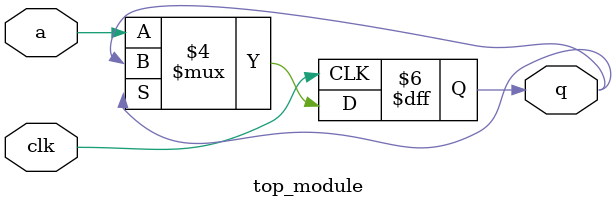
<source format=sv>
module top_module (
	input clk,
	input a, 
	output reg q
);

always @(posedge clk) begin
    if (q == 0)
        q <= a;
    else
        q <= q;
end

endmodule

</source>
